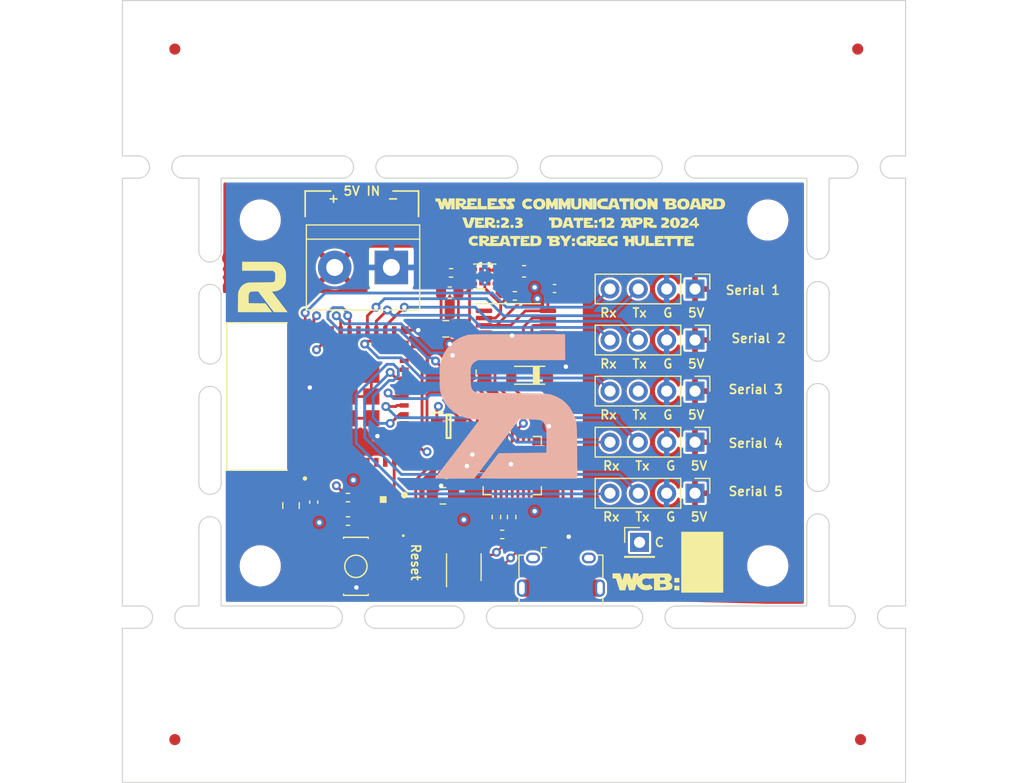
<source format=kicad_pcb>
(kicad_pcb (version 20240108) (generator "pcbnew") (generator_version "8.0")
  (title_block (title "R2 Droid Gateway") (date "2023-07-06") (rev "1.1") (company "Created by: Greg Hulette") (comment 1 "- Creates WiFi Network for Remote Web Access") (comment 2 "- WiFi to LoRa Bridge") (comment 3 "- Buttons for Master Relay"))
  (layers (0 "F.Cu" signal) (1 "In1.Cu" signal) (2 "In2.Cu" signal) (31 "B.Cu" signal) (34 "B.Paste" user) (35 "F.Paste" user) (36 "B.SilkS" user "B.Silkscreen") (37 "F.SilkS" user "F.Silkscreen") (38 "B.Mask" user) (39 "F.Mask" user) (44 "Edge.Cuts" user))
  (net 0 "")
  (net 1 "+3V3")
  (net 2 "GND")
  (net 3 "RESET")
  (net 4 "Net-(C6-Pad2)")
  (net 5 "VBUS")
  (net 6 "+5V")
  (net 7 "Net-(D1-PadA)")
  (net 8 "USB_DP")
  (net 9 "USB_DN")
  (net 11 "unconnected-(J1-Pad6)")
  (net 13 "Net-(L2-Pad3)")
  (net 14 "DTR")
  (net 15 "RTS")
  (net 16 "GPIO0")
  (net 17 "Net-(R2-Pad1)")
  (net 18 "RXD0")
  (net 19 "Net-(R3-Pad1)")
  (net 20 "TXD0")
  (net 21 "Net-(R4-Pad2)")
  (net 22 "Net-(R6-Pad1)")
  (net 23 "Net-(R9-Pad1)")
  (net 25 "STATUS_LED_DATA")
  (net 55 "CHAIN")
  (net 59 "RX4")
  (net 60 "TX4")
  (net 61 "RX5")
  (net 62 "TX5")
  (net 63 "TX3")
  (net 64 "RX3")
  (net 65 "TX2")
  (net 66 "RX2")
  (net 67 "TX1")
  (net 68 "RX1")
  (footprint "Connector_PinHeader_2.54mm:PinHeader_1x01_P2.54mm_Vertical" (layer "F.Cu") (at 143.002 120.396)
    (property "Reference" "J8" (hide yes))
    (property "Value" "Conn_01x01" (hide yes))
  )
  (footprint "Connector_PinHeader_2.54mm:PinHeader_1x04_P2.54mm_Vertical" (layer "F.Cu") (at 147.974 102.259 -90)
    (property "Reference" "J4")
    (property "Value" "Conn_01x04" (hide yes))
  )
  (footprint "Resistor_SMD:R_0402_1005Metric" (layer "F.Cu") (at 130.692 119.684 180)
    (property "Reference" "R4")
    (property "Value" "22.1K" (hide yes))
  )
  (footprint "Custom:SOT65P230X110-6N" (layer "F.Cu") (at 125.883 109.986)
    (property "Reference" "Q2")
    (property "Value" "UMH3N" (hide yes))
  )
  (footprint "Custom:mouse-bite-2mm-slot" (layer "F.Cu") (at 159 96.012 90)
    (property "Reference" "mouse-bite-2mm-slot" (hide yes))
    (property "Value" "VAL**" (hide yes))
    (fp_arc (start -2 -1) (mid -1 0) (end -2 1) (stroke (width 0.1)) (layer "Edge.Cuts"))
    (fp_arc (start 2 1) (mid 1 0) (end 2 -1) (stroke (width 0.1)) (layer "Edge.Cuts"))
  )
  (footprint "Capacitor_SMD:C_0402_1005Metric" (layer "F.Cu") (at 126.634 107.858)
    (property "Reference" "C3")
    (property "Value" ".1uF" (hide yes))
  )
  (footprint "Resistor_SMD:R_0402_1005Metric" (layer "F.Cu") (at 131.538 118.124 -90)
    (property "Reference" "R6")
    (property "Value" "1K" (hide yes))
  )
  (footprint "Package_SO:TSSOP-8_4.4x3mm_P0.65mm" (layer "F.Cu") (at 131.92 100.614)
    (property "Reference" "U4")
    (property "Value" "TPS2115APW" (hide yes))
  )
  (footprint "Custom:mouse-bite-2mm-slot" (layer "F.Cu") (at 100.342 127.1)
    (property "Reference" "mouse-bite-2mm-slot" (hide yes))
    (property "Value" "VAL**" (hide yes))
    (fp_arc (start -2 -1) (mid -1 0) (end -2 1) (stroke (width 0.1)) (layer "Edge.Cuts"))
    (fp_arc (start 2 1) (mid 1 0) (end 2 -1) (stroke (width 0.1)) (layer "Edge.Cuts"))
  )
  (footprint "Capacitor_SMD:C_0805_2012Metric" (layer "F.Cu") (at 125.63 101.252)
    (property "Reference" "C8")
    (property "Value" "10uF" (hide yes))
  )
  (footprint "TerminalBlock:TerminalBlock_bornier-2_P5.08mm" (layer "F.Cu") (at 120.754 95.752 180)
    (property "Reference" "J2")
    (property "Value" "Power In" (hide yes))
  )
  (footprint "MountingHole:MountingHole_3.2mm_M3" (layer "F.Cu") (at 109 91.5)
    (property "Reference" "REF**" (hide yes))
    (property "Value" "MountingHole_3.2mm_M3" (hide yes))
  )
  (footprint "Custom:mouse-bite-2mm-slot" (layer "F.Cu") (at 117.36 127.1)
    (property "Reference" "mouse-bite-2mm-slot" (hide yes))
    (property "Value" "VAL**" (hide yes))
    (fp_arc (start -2 -1) (mid -1 0) (end -2 1) (stroke (width 0.1)) (layer "Edge.Cuts"))
    (fp_arc (start 2 1) (mid 1 0) (end 2 -1) (stroke (width 0.1)) (layer "Edge.Cuts"))
  )
  (footprint "Custom:mouse-bite-2mm-slot" (layer "F.Cu") (at 144.284 127.1)
    (property "Reference" "mouse-bite-2mm-slot" (hide yes))
    (property "Value" "VAL**" (hide yes))
    (fp_arc (start -2 -1) (mid -1 0) (end -2 1) (stroke (width 0.1)) (layer "Edge.Cuts"))
    (fp_arc (start 2 1) (mid 1 0) (end 2 -1) (stroke (width 0.1)) (layer "Edge.Cuts"))
  )
  (footprint "Logos:WCBv2.3Logo" (layer "F.Cu") (at 137.668 91.694)
    (property "Reference" "G***" (hide yes))
    (property "Value" "LOGO" (hide yes))
  )
  (footprint "Fiducial:Fiducial_1mm_Mask2mm" (layer "F.Cu") (at 101.346 138.075)
    (property "Reference" "REF**" (hide yes))
    (property "Value" "Fiducial_1mm_Mask2mm" (hide yes))
  )
  (footprint "Resistor_SMD:R_0402_1005Metric" (layer "F.Cu") (at 130.172 118.124 -90)
    (property "Reference" "R5")
    (property "Value" "47.5K" (hide yes))
  )
  (footprint "Custom:mouse-bite-2mm-slot" (layer "F.Cu") (at 104.5 96.266 90)
    (property "Reference" "mouse-bite-2mm-slot" (hide yes))
    (property "Value" "VAL**" (hide yes))
    (fp_arc (start -2 -1) (mid -1 0) (end -2 1) (stroke (width 0.1)) (layer "Edge.Cuts"))
    (fp_arc (start 2 1) (mid 1 0) (end 2 -1) (stroke (width 0.1)) (layer "Edge.Cuts"))
  )
  (footprint "Capacitor_SMD:C_0805_2012Metric" (layer "F.Cu") (at 125.378 116.22 180)
    (property "Reference" "C4")
    (property "Value" "4.7uF" (hide yes))
  )
  (footprint "Custom:mouse-bite-2mm-slot" (layer "F.Cu") (at 163.576 86.75)
    (property "Reference" "mouse-bite-2mm-slot" (hide yes))
    (property "Value" "VAL**" (hide yes))
    (fp_arc (start -2 -1) (mid -1 0) (end -2 1) (stroke (width 0.1)) (layer "Edge.Cuts"))
    (fp_arc (start 2 1) (mid 1 0) (end 2 -1) (stroke (width 0.1)) (layer "Edge.Cuts"))
  )
  (footprint "Custom:mouse-bite-2mm-slot" (layer "F.Cu") (at 104.5 105.41 -90)
    (property "Reference" "mouse-bite-2mm-slot" (hide yes))
    (property "Value" "VAL**" (hide yes))
    (fp_arc (start 2 1) (mid 1 0) (end 2 -1) (stroke (width 0.1)) (layer "Edge.Cuts"))
    (fp_arc (start -2 -1) (mid -1 0) (end -2 1) (stroke (width 0.1)) (layer "Edge.Cuts"))
  )
  (footprint "Resistor_SMD:R_0402_1005Metric" (layer "F.Cu") (at 126.908 105.116 90)
    (property "Reference" "R2")
    (property "Value" "1K" (hide yes))
  )
  (footprint "Custom:mouse-bite-2mm-slot" (layer "F.Cu") (at 133.096 86.75)
    (property "Reference" "mouse-bite-2mm-slot" (hide yes))
    (property "Value" "VAL**" (hide yes))
    (fp_arc (start -2 -1) (mid -1 0) (end -2 1) (stroke (width 0.1)) (layer "Edge.Cuts"))
    (fp_arc (start 2 1) (mid 1 0) (end 2 -1) (stroke (width 0.1)) (layer "Edge.Cuts"))
  )
  (footprint "Resistor_SMD:R_0402_1005Metric" (layer "F.Cu") (at 116.86 116.382 180)
    (property "Reference" "R16")
    (property "Value" "470" (hide yes))
  )
  (footprint "MountingHole:MountingHole_3.2mm_M3" (layer "F.Cu") (at 154.5 122.5)
    (property "Reference" "REF**" (hide yes))
    (property "Value" "MountingHole_3.2mm_M3" (hide yes))
  )
  (footprint "Fiducial:Fiducial_1mm_Mask2mm" (layer "F.Cu") (at 101.346 76.175)
    (property "Reference" "REF**" (hide yes))
    (property "Value" "Fiducial_1mm_Mask2mm" (hide yes))
  )
  (footprint "Custom:mouse-bite-2mm-slot" (layer "F.Cu") (at 146.05 86.75)
    (property "Reference" "mouse-bite-2mm-slot" (hide yes))
    (property "Value" "VAL**" (hide yes))
    (fp_arc (start -2 -1) (mid -1 0) (end -2 1) (stroke (width 0.1)) (layer "Edge.Cuts"))
    (fp_arc (start 2 1) (mid 1 0) (end 2 -1) (stroke (width 0.1)) (layer "Edge.Cuts"))
  )
  (footprint "Custom:MODULE_ESP32-PICO-MINI-02" (layer "F.Cu") (at 117.007 107.32 90)
    (property "Reference" "U1")
    (property "Value" "ESP32-PICO-MINI-02" (hide yes))
  )
  (footprint "Custom:mouse-bite-2mm-slot" (layer "F.Cu") (at 159 105.156 -90)
    (property "Reference" "mouse-bite-2mm-slot" (hide yes))
    (property "Value" "VAL**" (hide yes))
    (fp_arc (start 2 1) (mid 1 0) (end 2 -1) (stroke (width 0.1)) (layer "Edge.Cuts"))
    (fp_arc (start -2 -1) (mid -1 0) (end -2 1) (stroke (width 0.1)) (layer "Edge.Cuts"))
  )
  (footprint "Connector_PinHeader_2.54mm:PinHeader_1x04_P2.54mm_Vertical" (layer "F.Cu") (at 147.974 106.836 -90)
    (property "Reference" "J5")
    (property "Value" "Conn_01x04" (hide yes))
  )
  (footprint "Capacitor_SMD:C_0402_1005Metric" (layer "F.Cu") (at 135.444 103.216)
    (property "Reference" "C12")
    (property "Value" ".1uF" (hide yes))
  )
  (footprint "Custom:mouse-bite-2mm-slot" (layer "F.Cu") (at 100.076 86.75)
    (property "Reference" "mouse-bite-2mm-slot" (hide yes))
    (property "Value" "VAL**" (hide yes))
    (fp_arc (start -2 -1) (mid -1 0) (end -2 1) (stroke (width 0.1)) (layer "Edge.Cuts"))
    (fp_arc (start 2 1) (mid 1 0) (end 2 -1) (stroke (width 0.1)) (layer "Edge.Cuts"))
  )
  (footprint "Connector_PinHeader_2.54mm:PinHeader_1x04_P2.54mm_Vertical" (layer "F.Cu") (at 147.974 115.99 -90)
    (property "Reference" "J7")
    (property "Value" "Conn_01x04" (hide yes))
  )
  (footprint "MountingHole:MountingHole_3.2mm_M3" (layer "F.Cu") (at 109 122.5)
    (property "Reference" "REF**" (hide yes))
    (property "Value" "MountingHole_3.2mm_M3" (hide yes))
  )
  (footprint "Capacitor_SMD:C_0603_1608Metric" (layer "F.Cu") (at 125.988 98.012)
    (property "Reference" "C6")
    (property "Value" "1uF" (hide yes))
  )
  (footprint "Fiducial:Fiducial_1mm_Mask2mm" (layer "F.Cu") (at 162.56 76.175)
    (property "Reference" "REF**" (hide yes))
    (property "Value" "Fiducial_1mm_Mask2mm" (hide yes))
  )
  (footprint "Custom:mouse-bite-2mm-slot" (layer "F.Cu") (at 163.334 127.1)
    (property "Reference" "mouse-bite-2mm-slot" (hide yes))
    (property "Value" "VAL**" (hide yes))
    (fp_arc (start -2 -1) (mid -1 0) (end -2 1) (stroke (width 0.1)) (layer "Edge.Cuts"))
    (fp_arc (start 2 1) (mid 1 0) (end 2 -1) (stroke (width 0.1)) (layer "Edge.Cuts"))
  )
  (footprint "Resistor_SMD:R_0402_1005Metric" (layer "F.Cu") (at 131.85 103.028)
    (property "Reference" "R9")
    (property "Value" "402" (hide yes))
  )
  (footprint "Connector_PinHeader_2.54mm:PinHeader_1x04_P2.54mm_Vertical" (layer "F.Cu") (at 147.974 111.413 -90)
    (property "Reference" "J6")
    (property "Value" "Conn_01x04" (hide yes))
  )
  (footprint "Custom:mouse-bite-2mm-slot" (layer "F.Cu") (at 159 116.84 90)
    (property "Reference" "mouse-bite-2mm-slot" (hide yes))
    (property "Value" "VAL**" (hide yes))
    (fp_arc (start -2 -1) (mid -1 0) (end -2 1) (stroke (width 0.1)) (layer "Edge.Cuts"))
    (fp_arc (start 2 1) (mid 1 0) (end 2 -1) (stroke (width 0.1)) (layer "Edge.Cuts"))
  )
  (footprint "Capacitor_SMD:C_0402_1005Metric" (layer "F.Cu") (at 113.796 116.79 -90)
    (property "Reference" "C2")
    (property "Value" ".1uF" (hide yes))
  )
  (footprint "Resistor_SMD:R_0402_1005Metric" (layer "F.Cu") (at 127.978 105.088 90)
    (property "Reference" "R3")
    (property "Value" "1K" (hide yes))
  )
  (footprint "Fiducial:Fiducial_1mm_Mask2mm" (layer "F.Cu") (at 162.814 138.075)
    (property "Reference" "REF**" (hide yes))
    (property "Value" "Fiducial_1mm_Mask2mm" (hide yes))
  )
  (footprint "Capacitor_SMD:C_0805_2012Metric" (layer "F.Cu") (at 111.76 117.094 -90)
    (property "Reference" "C1")
    (property "Value" "10uF" (hide yes))
  )
  (footprint "Connector_USB:USB_Micro-B_Amphenol_10118194_Horizontal" (layer "F.Cu") (at 135.956 123.194)
    (property "Reference" "J1")
    (property "Value" "USB_B_Micro" (hide yes))
  )
  (footprint "Custom:WS2812B-2020" (layer "F.Cu") (at 120.022 117.157)
    (property "Reference" "L2")
    (property "Value" "WS2812B-2020" (hide yes))
  )
  (footprint "MountingHole:MountingHole_3.2mm_M3" (layer "F.Cu") (at 154.5 91.5)
    (property "Reference" "REF**" (hide yes))
    (property "Value" "MountingHole_3.2mm_M3" (hide yes))
  )
  (footprint "Capacitor_SMD:C_0402_1005Metric" (layer "F.Cu") (at 135.386 97.642)
    (property "Reference" "C9")
    (property "Value" ".1uF" (hide yes))
  )
  (footprint "Custom:mouse-bite-2mm-slot" (layer "F.Cu") (at 118.364 86.75)
    (property "Reference" "mouse-bite-2mm-slot" (hide yes))
    (property "Value" "VAL**" (hide yes))
    (fp_arc (start -2 -1) (mid -1 0) (end -2 1) (stroke (width 0.1)) (layer "Edge.Cuts"))
    (fp_arc (start 2 1) (mid 1 0) (end 2 -1) (stroke (width 0.1)) (layer "Edge.Cuts"))
  )
  (footprint "Capacitor_SMD:C_0402_1005Metric" (layer "F.Cu") (at 125.696 114.304 180)
    (property "Reference" "C5")
    (property "Value" ".1uF" (hide yes))
  )
  (footprint "Package_DFN_QFN:QFN-28-1EP_5x5mm_P0.5mm_EP3.35x3.35mm" (layer "F.Cu") (at 131.592 113.51)
    (property "Reference" "U2")
    (property "Value" "CP2102N-A02-GQFN28" (hide yes))
  )
  (footprint "Connector_PinHeader_2.54mm:PinHeader_1x04_P2.54mm_Vertical" (layer "F.Cu") (at 147.974 97.682 -90)
    (property "Reference" "J3")
    (property "Value" "Conn_01x04" (hide yes))
  )
  (footprint "Package_TO_SOT_SMD:SOT-143" (layer "F.Cu") (at 127.25 122.618 90)
    (property "Reference" "D2")
    (property "Value" "SP0503BAHTG" (hide yes))
  )
  (footprint "Capacitor_SMD:C_0603_1608Metric" (layer "F.Cu") (at 132.654 96.098 180)
    (property "Reference" "C7")
    (property "Value" "1uF" (hide yes))
  )
  (footprint "Custom:SOD3716X135N" (layer "F.Cu") (at 133.1485 105.4145 180)
    (property "Reference" "D1")
    (property "Value" "B5819W-TP" (hide yes))
  )
  (footprint "Logos:WCBNumberv2" (layer "F.Cu") (at 145.542 122.174)
    (property "Reference" "G***" (hide yes))
    (property "Value" "LOGO" (hide yes))
  )
  (footprint "Resistor_SMD:R_0402_1005Metric" (layer "F.Cu") (at 131.826 98.298)
    (property "Reference" "R7")
    (property "Value" "10K" (hide yes))
  )
  (footprint "Custom:mouse-bite-2mm-slot" (layer "F.Cu") (at 128.282 127.1)
    (property "Reference" "mouse-bite-2mm-slot" (hide yes))
    (property "Value" "VAL**" (hide yes))
    (fp_arc (start -2 -1) (mid -1 0) (end -2 1) (stroke (width 0.1)) (layer "Edge.Cuts"))
    (fp_arc (start 2 1) (mid 1 0) (end 2 -1) (stroke (width 0.1)) (layer "Edge.Cuts"))
  )
  (footprint "Package_SON:WSON-6-1EP_2x2mm_P0.65mm_EP1x1.6mm_ThermalVias" (layer "F.Cu") (at 129.134 96.558 180)
    (property "Reference" "U3")
    (property "Value" "LP5912-3.3DRV" (hide yes))
  )
  (footprint "Resistor_SMD:R_0402_1005Metric" (layer "F.Cu") (at 126.108 96.238 180)
    (property "Reference" "R10")
    (property "Value" "402" (hide yes))
  )
  (footprint "Resistor_SMD:R_0402_1005Metric" (layer "F.Cu") (at 116.866 118.484)
    (property "Reference" "R1")
    (property "Value" "10K" (hide yes))
  )
  (footprint "Custom:mouse-bite-2mm-slot" (layer "F.Cu") (at 104.5 117.094 90)
    (property "Reference" "mouse-bite-2mm-slot" (hide yes))
    (property "Value" "VAL**" (hide yes))
    (fp_arc (start -2 -1) (mid -1 0) (end -2 1) (stroke (width 0.1)) (layer "Edge.Cuts"))
    (fp_arc (start 2 1) (mid 1 0) (end 2 -1) (stroke (width 0.1)) (layer "Edge.Cuts"))
  )
  (footprint "Logos:R2_Logo_V2" (layer "F.Cu") (at 109.22 97.854871)
    (property "Reference" "G***" (hide yes))
    (property "Value" "LOGO" (hide yes))
  )
  (footprint "Custom:SW_TL3342F160QG" (layer "F.Cu") (at 117.5765 122.5425 180)
    (property "Reference" "S1")
    (property "Value" "TL3342F160QG" (hide yes))
  )
  (footprint "Logos:r2logoLarge" (layer "B.Cu") (at 131.064 109.22 180)
    (property "Reference" "G***" (hide yes))
    (property "Value" "LOGO" (hide yes))
  )
  (gr_line (start 113.03 88.9) (end 115.316 88.9) (stroke (width 0.15)) (layer "F.SilkS"))
  (gr_line (start 113.03 91.186) (end 113.03 88.9) (stroke (width 0.15)) (layer "F.SilkS"))
  (gr_line (start 123.19 88.9) (end 123.19 91.186) (stroke (width 0.15)) (layer "F.SilkS"))
  (gr_line (start 120.904 88.9) (end 123.19 88.9) (stroke (width 0.15)) (layer "F.SilkS"))
  (gr_line (start 166.85 126.1) (end 165.334 126.1) (stroke (width 0.1)) (layer "Edge.Cuts"))
  (gr_line (start 160 94.012) (end 160 87.75) (stroke (width 0.1)) (layer "Edge.Cuts"))
  (gr_line (start 115.36 128.1) (end 102.342 128.1) (stroke (width 0.1)) (layer "Edge.Cuts"))
  (gr_line (start 148.05 85.75) (end 161.576 85.75) (stroke (width 0.1)) (layer "Edge.Cuts"))
  (gr_line (start 158 103.156) (end 158 98.012) (stroke (width 0.1)) (layer "Edge.Cuts"))
  (gr_line (start 160 103.156) (end 160 98.012) (stroke (width 0.1)) (layer "Edge.Cuts"))
  (gr_line (start 158 94.012) (end 158 87.75) (stroke (width 0.1)) (layer "Edge.Cuts"))
  (gr_line (start 160 126.1) (end 161.334 126.1) (stroke (width 0.1)) (layer "Edge.Cuts"))
  (gr_line (start 146.284 126.1) (end 158 126.1) (stroke (width 0.1)) (layer "Edge.Cuts"))
  (gr_line (start 126.282 128.1) (end 119.36 128.1) (stroke (width 0.1)) (layer "Edge.Cuts"))
  (gr_line (start 105.5 98.266) (end 105.5 103.41) (stroke (width 0.1)) (layer "Edge.Cuts"))
  (gr_line (start 103.5 119.094) (end 103.5 126.1) (stroke (width 0.1)) (layer "Edge.Cuts"))
  (gr_line (start 105.5 126.1) (end 115.36 126.1) (stroke (width 0.1)) (layer "Edge.Cuts"))
  (gr_line (start 144.05 87.75) (end 135.096 87.75) (stroke (width 0.1)) (layer "Edge.Cuts"))
  (gr_line (start 166.85 85.75) (end 165.576 85.75) (stroke (width 0.1)) (layer "Edge.Cuts"))
  (gr_line (start 120.364 85.75) (end 131.096 85.75) (stroke (width 0.1)) (layer "Edge.Cuts"))
  (gr_line (start 131.096 87.75) (end 120.364 87.75) (stroke (width 0.1)) (layer "Edge.Cuts"))
  (gr_line (start 98.076 87.75) (end 96.65 87.75) (stroke (width 0.1)) (layer "Edge.Cuts"))
  (gr_line (start 103.5 115.094) (end 103.5 107.41) (stroke (width 0.1)) (layer "Edge.Cuts"))
  (gr_line (start 161.334 128.1) (end 146.284 128.1) (stroke (width 0.1)) (layer "Edge.Cuts"))
  (gr_line (start 103.5 103.41) (end 103.5 98.266) (stroke (width 0.1)) (layer "Edge.Cuts"))
  (gr_line (start 105.5 119.094) (end 105.5 126.1) (stroke (width 0.1)) (layer "Edge.Cuts"))
  (gr_line (start 158 114.84) (end 158 107.156) (stroke (width 0.1)) (layer "Edge.Cuts"))
  (gr_line (start 166.85 141.925) (end 166.85 128.1) (stroke (width 0.1)) (layer "Edge.Cuts"))
  (gr_line (start 119.36 126.1) (end 126.282 126.1) (stroke (width 0.1)) (layer "Edge.Cuts"))
  (gr_line (start 142.284 128.1) (end 130.282 128.1) (stroke (width 0.1)) (layer "Edge.Cuts"))
  (gr_line (start 160 114.84) (end 160 107.156) (stroke (width 0.1)) (layer "Edge.Cuts"))
  (gr_line (start 96.65 141.925) (end 166.85 141.925) (stroke (width 0.1)) (layer "Edge.Cuts"))
  (gr_line (start 166.85 71.825) (end 166.85 85.75) (stroke (width 0.1)) (layer "Edge.Cuts"))
  (gr_line (start 102.342 126.1) (end 103.5 126.1) (stroke (width 0.1)) (layer "Edge.Cuts"))
  (gr_line (start 165.576 87.75) (end 166.85 87.75) (stroke (width 0.1)) (layer "Edge.Cuts"))
  (gr_line (start 96.65 85.75) (end 98.076 85.75) (stroke (width 0.1)) (layer "Edge.Cuts"))
  (gr_line (start 135.096 85.75) (end 144.05 85.75) (stroke (width 0.1)) (layer "Edge.Cuts"))
  (gr_line (start 102.076 87.75) (end 103.5 87.75) (stroke (width 0.1)) (layer "Edge.Cuts"))
  (gr_line (start 105.5 87.75) (end 105.5 94.266) (stroke (width 0.1)) (layer "Edge.Cuts"))
  (gr_line (start 96.65 128.1) (end 96.65 141.925) (stroke (width 0.1)) (layer "Edge.Cuts"))
  (gr_line (start 130.282 126.1) (end 142.284 126.1) (stroke (width 0.1)) (layer "Edge.Cuts"))
  (gr_line (start 166.85 128.1) (end 165.334 128.1) (stroke (width 0.1)) (layer "Edge.Cuts"))
  (gr_line (start 96.65 71.825) (end 166.85 71.825) (stroke (width 0.1)) (layer "Edge.Cuts"))
  (gr_line (start 98.342 128.1) (end 96.65 128.1) (stroke (width 0.1)) (layer "Edge.Cuts"))
  (gr_line (start 105.5 107.41) (end 105.5 115.094) (stroke (width 0.1)) (layer "Edge.Cuts"))
  (gr_line (start 166.85 87.75) (end 166.85 126.1) (stroke (width 0.1)) (layer "Edge.Cuts"))
  (gr_line (start 161.576 87.75) (end 160 87.75) (stroke (width 0.1)) (layer "Edge.Cuts"))
  (gr_line (start 116.364 85.75) (end 102.076 85.75) (stroke (width 0.1)) (layer "Edge.Cuts"))
  (gr_line (start 98.342 126.1) (end 96.65 126.1) (stroke (width 0.1)) (layer "Edge.Cuts"))
  (gr_line (start 160 118.84) (end 160 126.1) (stroke (width 0.1)) (layer "Edge.Cuts"))
  (gr_line (start 158 87.75) (end 148.05 87.75) (stroke (width 0.1)) (layer "Edge.Cuts"))
  (gr_line (start 96.65 71.825) (end 96.65 85.75) (stroke (width 0.1)) (layer "Edge.Cuts"))
  (gr_line (start 103.5 94.266) (end 103.5 87.75) (stroke (width 0.1)) (layer "Edge.Cuts"))
  (gr_line (start 158 126.1) (end 158 118.84) (stroke (width 0.1)) (layer "Edge.Cuts"))
  (gr_line (start 96.65 87.75) (end 96.65 126.1) (stroke (width 0.1)) (layer "Edge.Cuts"))
  (gr_line (start 116.364 87.75) (end 105.5 87.75) (stroke (width 0.1)) (layer "Edge.Cuts"))
  (gr_text "5V" (at 148.082 108.966 0) (layer "F.SilkS") (effects (font (size 0.8 0.8))))
  (gr_text "5V" (at 148.082 104.394 0) (layer "F.SilkS") (effects (font (size 0.8 0.8))))
  (gr_text "Rx" (at 140.208 108.966 0) (layer "F.SilkS") (effects (font (size 0.8 0.8))))
  (gr_text "5V IN" (at 118.11 88.9 0) (layer "F.SilkS") (effects (font (size 0.8 0.8))))
  (gr_text "Serial 4" (at 153.416 111.506 0) (layer "F.SilkS") (effects (font (size 0.8 0.8))))
  (gr_text "Tx" (at 143.256 113.538 0) (layer "F.SilkS") (effects (font (size 0.8 0.8))))
  (gr_text "C" (at 144.78 120.396 0) (layer "F.SilkS") (effects (font (size 0.8 0.8))))
  (gr_text "Tx" (at 143.002 108.966 0) (layer "F.SilkS") (effects (font (size 0.8 0.8))))
  (gr_text "Tx" (at 143.002 104.394 0) (layer "F.SilkS") (effects (font (size 0.8 0.8))))
  (gr_text "5V" (at 148.082 99.822 0) (layer "F.SilkS") (effects (font (size 0.8 0.8))))
  (gr_text "G" (at 145.542 104.394 0) (layer "F.SilkS") (effects (font (size 0.8 0.8))))
  (gr_text "+" (at 115.57 89.662 180) (layer "F.SilkS") (effects (font (size 0.8 0.8))))
  (gr_text "Serial 5" (at 153.416 115.824 0) (layer "F.SilkS") (effects (font (size 0.8 0.8))))
  (gr_text "Rx" (at 140.462 113.538 0) (layer "F.SilkS") (effects (font (size 0.8 0.8))))
  (gr_text "5V" (at 148.336 113.538 0) (layer "F.SilkS") (effects (font (size 0.8 0.8))))
  (gr_text "Serial 3" (at 153.416 106.68 0) (layer "F.SilkS") (effects (font (size 0.8 0.8))))
  (gr_text "5V" (at 148.336 118.11 0) (layer "F.SilkS") (effects (font (size 0.8 0.8))))
  (gr_text "Tx" (at 143.002 99.822 0) (layer "F.SilkS") (effects (font (size 0.8 0.8))))
  (gr_text "-" (at 120.904 89.662 180) (layer "F.SilkS") (effects (font (size 0.8 0.8))))
  (gr_text "Rx" (at 140.208 104.394 0) (layer "F.SilkS") (effects (font (size 0.8 0.8))))
  (gr_text "G" (at 145.542 108.966 0) (layer "F.SilkS") (effects (font (size 0.8 0.8))))
  (gr_text "Serial 2" (at 153.67 102.108 0) (layer "F.SilkS") (effects (font (size 0.8 0.8))))
  (gr_text "Tx" (at 143.256 118.11 0) (layer "F.SilkS") (effects (font (size 0.8 0.8))))
  (gr_text "G" (at 145.542 99.822 0) (layer "F.SilkS") (effects (font (size 0.8 0.8))))
  (gr_text "Rx" (at 140.462 118.11 0) (layer "F.SilkS") (effects (font (size 0.8 0.8))))
  (gr_text "G" (at 145.796 113.538 0) (layer "F.SilkS") (effects (font (size 0.8 0.8))))
  (gr_text "G" (at 145.796 118.11 0) (layer "F.SilkS") (effects (font (size 0.8 0.8))))
  (gr_text "Reset" (at 122.936 122.174 270) (layer "F.SilkS") (effects (font (size 0.8 0.8))))
  (gr_text "Rx" (at 140.208 99.822 0) (layer "F.SilkS") (effects (font (size 0.8 0.8))))
  (gr_text "Serial 1" (at 153.162 97.79 0) (layer "F.SilkS") (effects (font (size 0.8 0.8))))
  (segment (start 128.218 115.01) (end 127.718 114.51) (width 0.25) (layer "F.Cu") (net 1))
  (segment (start 129.142 114.51) (end 127.552 114.51) (width 0.25) (layer "F.Cu") (net 1))
  (segment (start 126.382 114.51) (end 126.176 114.304) (width 0.25) (layer "F.Cu") (net 1))
  (segment (start 127.552 114.51) (end 126.382 114.51) (width 0.25) (layer "F.Cu") (net 1))
  (segment (start 129.142 115.01) (end 128.218 115.01) (width 0.25) (layer "F.Cu") (net 1))
  (segment (start 127.718 114.51) (end 127.552 114.51) (width 0.25) (layer "F.Cu") (net 1))
  (via (at 117.348 114.808) (size 0.8) (drill 0.4) (layers "F.Cu" "B.Cu") (net 1))
  (via (at 134.874 109.982) (size 0.8) (drill 0.4) (layers "F.Cu" "B.Cu") (net 1))
  (via (at 133.604 117.602) (size 0.8) (drill 0.4) (layers "F.Cu" "B.Cu") (net 1))
  (via (at 127.254 118.364) (size 0.8) (drill 0.4) (layers "F.Cu" "B.Cu") (net 1))
  (via (at 133.604 97.536) (size 0.8) (drill 0.4) (layers "F.Cu" "B.Cu") (net 1))
  (via (at 125.984 102.616) (size 0.8) (drill 0.4) (layers "F.Cu" "B.Cu") (net 1))
  (via (at 114.3 118.618) (size 0.8) (drill 0.4) (layers "F.Cu" "B.Cu") (net 1))
  (via (at 133.858 98.552) (size 0.8) (drill 0.4) (layers "F.Cu" "B.Cu") (net 1))
  (segment (start 117.007 109.27) (end 115.057 109.27) (width 0.25) (layer "F.Cu") (net 2))
  (segment (start 129.9215 96.008) (end 130.0215 95.908) (width 0.25) (layer "F.Cu") (net 2))
  (segment (start 113.444 106.52) (end 114.257 106.52) (width 0.25) (layer "F.Cu") (net 2))
  (segment (start 128.46552 110.386192) (end 128.46552 109.20952) (width 0.25) (layer "F.Cu") (net 2))
  (segment (start 112.776 124.206) (end 113.0125 124.4425) (width 0.25) (layer "F.Cu") (net 2))
  (segment (start 131.4415 94.488) (end 130.0215 95.908) (width 0.25) (layer "F.Cu") (net 2))
  (segment (start 131.589328 113.51) (end 128.46552 110.386192) (width 0.25) (layer "F.Cu") (net 2))
  (segment (start 121.007 110.865) (end 121.007 112.673) (width 0.25) (layer "F.Cu") (net 2))
  (segment (start 129.0575 100.289) (end 130.089 100.289) (width 0.25) (layer "F.Cu") (net 2))
  (segment (start 118.957 107.32) (end 117.007 107.32) (width 0.25) (layer "F.Cu") (net 2))
  (segment (start 121.007 113.22) (end 121.007 116.477) (width 0.25) (layer "F.Cu") (net 2))
  (segment (start 115.057 107.32) (end 115.057 105.37) (width 0.25) (layer "F.Cu") (net 2))
  (segment (start 136.398 104.648) (end 135.924 104.174) (width 0.25) (layer "F.Cu") (net 2))
  (segment (start 125.213 100.719) (end 124.68 101.252) (width 0.25) (layer "F.Cu") (net 2))
  (segment (start 135.866 97.63507) (end 135.866 97.642) (width 0.25) (layer "F.Cu") (net 2))
  (segment (start 125.222 98.003) (end 125.222 96.614) (width 0.25) (layer "F.Cu") (net 2))
  (segment (start 130.556 99.822) (end 130.556 99.03) (width 0.25) (layer "F.Cu") (net 2))
  (segment (start 112.776 120.904) (end 112.776 124.206) (width 0.25) (layer "F.Cu") (net 2))
  (segment (start 129.134 96.008) (end 129.9215 96.008) (width 0.25) (layer "F.Cu") (net 2))
  (segment (start 132.36 103.028) (end 132.36 102.642) (width 0.25) (layer "F.Cu") (net 2))
  (segment (start 130.556 99.03) (end 129.134 97.608) (width 0.25) (layer "F.Cu") (net 2))
  (segment (start 112.057 113.27) (end 113.757 113.27) (width 0.25) (layer "F.Cu") (net 2))
  (segment (start 135.924 104.174) (end 135.924 103.216) (width 0.25) (layer "F.Cu") (net 2))
  (segment (start 113.0125 124.4425) (end 114.4265 124.4425) (width 0.25) (layer "F.Cu") (net 2))
  (segment (start 119.507 110.871) (end 121.007 112.371) (width 0.25) (layer "F.Cu") (net 2))
  (segment (start 130.089 100.289) (end 130.556 99.822) (width 0.25) (layer "F.Cu") (net 2))
  (segment (start 121.957 113.27) (end 121.057 113.27) (width 0.25) (layer "F.Cu") (net 2))
  (segment (start 118.957 109.27) (end 118.957 110.321) (width 0.25) (layer "F.Cu") (net 2))
  (segment (start 128.584 96.558) (end 129.134 97.108) (width 0.25) (layer "F.Cu") (net 2))
  (segment (start 125.476 120.142) (end 124.968 120.65) (width 0.25) (layer "F.Cu") (net 2))
  (segment (start 121.057 113.27) (end 121.007 113.22) (width 0.25) (layer "F.Cu") (net 2))
  (segment (start 125.222 96.614) (end 125.598 96.238) (width 0.25) (layer "F.Cu") (net 2))
  (segment (start 125.216 114.304) (end 125.216 115.322) (width 0.25) (layer "F.Cu") (net 2))
  (segment (start 125.213 98.012) (end 125.222 98.003) (width 0.25) (layer "F.Cu") (net 2))
  (segment (start 131.288 98.298) (end 130.556 99.03) (width 0.25) (layer "F.Cu") (net 2))
  (segment (start 121.007 112.371) (end 121.007 112.673) (width 0.25) (layer "F.Cu") (net 2))
  (segment (start 134.32893 96.098) (end 135.866 97.63507) (width 0.25) (layer "F.Cu") (net 2))
  (segment (start 121.007 112.673) (end 121.007 113.22) (width 0.25) (layer "F.Cu") (net 2))
  (segment (start 133.429 96.098) (end 134.32893 96.098) (width 0.25) (layer "F.Cu") (net 2))
  (segment (start 131.092 113.01) (end 131.469 113.387) (width 0.25) (layer "F.Cu") (net 2))
  (segment (start 124.968 120.65) (end 124.968 122.682) (width 0.25) (layer "F.Cu") (net 2))
  (segment (start 115.057 105.37) (end 118.957 105.37) (width 0.25) (layer "F.Cu") (net 2))
  (segment (start 123.166 101.37) (end 121.957 101.37) (width 0.25) (layer "F.Cu") (net 2))
  (segment (start 128.46552 109.20952) (end 127.114 107.858) (width 0.25) (layer "F.Cu") (net 2))
  (segment (start 114.257 106.52) (end 115.057 107.32) (width 0.25) (layer "F.Cu") (net 2))
  (segment (start 112.107 106.52) (end 113.444 106.52) (width 0.25) (layer "F.Cu") (net 2))
  (segment (start 133.429 95.075) (end 132.842 94.488) (width 0.25) (layer "F.Cu") (net 2))
  (segment (start 125.216 115.322) (end 125.216 115.432) (width 0.25) (layer "F.Cu") (net 2))
  (segment (start 125.216 115.432) (end 124.428 116.22) (width 0.25) (layer "F.Cu") (net 2))
  (segment (start 120.7265 124.4425) (end 125.7555 124.4425) (width 0.25) (layer "F.Cu") (net 2))
  (segment (start 112.057 101.37) (end 112.057 113.27) (width 0.25) (layer "F.Cu") (net 2))
  (segment (start 128.524 120.142) (end 125.476 120.142) (width 0.25) (layer "F.Cu") (net 2))
  (segment (start 124.562 101.37) (end 123.166 101.37) (width 0.25) (layer "F.Cu") (net 2))
  (segment (start 113.757 113.27) (end 113.807 113.22) (width 0.25) (layer "F.Cu") (net 2))
  (segment (start 128.2465 96.558) (end 128.584 96.558) (width 0.25) (layer "F.Cu") (net 2))
  (segment (start 131.316 98.298) (end 131.288 98.298) (width 0.25) (layer "F.Cu") (net 2))
  (segment (start 118.957 110.321) (end 119.507 110.871) (width 0.25) (layer "F.Cu") (net 2))
  (segment (start 111.76 118.044) (end 111.76 119.888) (width 0.25) (layer "F.Cu") (net 2))
  (segment (start 129.134 97.608) (end 129.134 97.108) (width 0.25) (layer "F.Cu") (net 2))
  (segment (start 118.957 109.27) (end 117.007 109.27) (width 0.25) (layer "F.Cu") (net 2))
  (segment (start 125.7555 124.4425) (end 126.48 123.718) (width 0.25) (layer "F.Cu") (net 2))
  (segment (start 132.842 94.488) (end 131.4415 94.488) (width 0.25) (layer "F.Cu") (net 2))
  (segment (start 115.057 109.27) (end 115.057 107.32) (width 0.25) (layer "F.Cu") (net 2))
  (segment (start 135.924 102.7305) (end 135.924 103.216) (width 0.25) (layer "F.Cu") (net 2))
  (segment (start 121.907 110.52) (end 121.352 110.52) (width 0.25) (layer "F.Cu") (net 2))
  (segment (start 121.007 116.477) (end 121.037 116.507) (width 0.25) (layer "F.Cu") (net 2))
  (segment (start 124.68 101.252) (end 124.562 101.37) (width 0.25) (layer "F.Cu") (net 2))
  (segment (start 121.352 110.52) (end 121.007 110.865) (width 0.25) (layer "F.Cu") (net 2))
  (segment (start 125.213 98.012) (end 125.213 100.719) (width 0.25) (layer "F.Cu") (net 2))
  (segment (start 112.534 117.27) (end 111.76 118.044) (width 0.25) (layer "F.Cu") (net 2))
  (segment (start 111.76 119.888) (end 112.776 120.904) (width 0.25) (layer "F.Cu") (net 2))
  (segment (start 126.004 123.718) (end 126.48 123.718) (width 0.25) (layer "F.Cu") (net 2))
  (segment (start 114.4265 124.4425) (end 117.6195 124.4425) (width 0.25) (layer "F.Cu") (net 2))
  (segment (start 118.957 105.37) (end 118.957 107.32) (width 0.25) (layer "F.Cu") (net 2))
  (segment (start 132.36 102.642) (end 131.572 101.854) (width 0.25) (layer "F.Cu") (net 2))
  (segment (start 113.796 117.27) (end 112.534 117.27) (width 0.25) (layer "F.Cu") (net 2))
  (segment (start 131.592 113.51) (end 131.589328 113.51) (width 0.25) (layer "F.Cu") (net 2))
  (segment (start 117.6195 124.4425) (end 120.7265 124.4425) (width 0.25) (layer "F.Cu") (net 2))
  (segment (start 137.256 120.492) (end 136.652 119.888) (width 0.25) (layer "F.Cu") (net 2))
  (segment (start 133.429 96.098) (end 133.429 95.075) (width 0.25) (layer "F.Cu") (net 2))
  (segment (start 130.172 118.634) (end 130.032 118.634) (width 0.25) (layer "F.Cu") (net 2))
  (segment (start 130.032 118.634) (end 128.524 120.142) (width 0.25) (layer "F.Cu") (net 2))
  (segment (start 124.968 122.682) (end 126.004 123.718) (width 0.25) (layer "F.Cu") (net 2))
  (segment (start 137.256 121.794) (end 137.256 120.492) (width 0.25) (layer "F.Cu") (net 2))
  (segment (start 131.469 113.387) (end 131.592 113.51) (width 0.25) (layer "F.Cu") (net 2))
  (segment (start 129.142 113.01) (end 131.092 113.01) (width 0.25) (layer "F.Cu") (net 2))
  (segment (start 134.7825 101.589) (end 135.924 102.7305) (width 0.25) (layer "F.Cu") (net 2))
  (via (at 136.398 104.648) (size 0.8) (drill 0.4) (layers "F.Cu" "B.Cu") (net 2))
  (via (at 113.444 106.52) (size 0.8) (drill 0.4) (layers "F.Cu" "B.Cu") (net 2))
  (via (at 119.507 110.871) (size 0.8) (drill 0.4) (layers "F.Cu" "B.Cu") (net 2))
  (via (at 131.469 113.387) (size 0.8) (drill 0.4) (layers "F.Cu" "B.Cu") (net 2))
  (via (at 123.166 101.37) (size 0.8) (drill 0.4) (layers "F.Cu" "B.Cu") (net 2))
  (via (at 125.216 115.322) (size 0.8) (drill 0.4) (layers "F.Cu" "B.Cu") (net 2))
  (via (at 117.6195 124.4425) (size 0.8) (drill 0.4) (layers "F.Cu" "B.Cu") (net 2))
  (via (at 131.572 101.854) (size 0.8) (drill 0.4) (layers "F.Cu" "B.Cu") (net 2))
  (via (at 136.652 119.888) (size 0.8) (drill 0.4) (layers "F.Cu" "B.Cu") (net 2))
  (segment (start 117.376 118.484) (end 117.764 118.872) (width 0.25) (layer "F.Cu") (net 3))
  (segment (start 120.7265 120.6425) (end 119.5345 120.6425) (width 0.25) (layer "F.Cu") (net 3))
  (segment (start 114.4265 120.6425) (end 115.2175 120.6425) (width 0.25) (layer "F.Cu") (net 3))
  (segment (start 119.831511 118.674489) (end 119.831511 115.259511) (width 0.25) (layer "F.Cu") (net 3))
  (segment (start 126.954022 113.03) (end 127.291489 112.692533) (width 0.25) (layer "F.Cu") (net 3))
  (segment (start 127.291489 112.692533) (end 127.291489 111.976511) (width 0.25) (layer "F.Cu") (net 3))
  (segment (start 121.863511 118.674489) (end 122.936 117.602) (width 0.25) (layer "F.Cu") (net 3))
  (segment (start 117.764 118.872) (end 119.634 118.872) (width 0.25) (layer "F.Cu") (net 3))
  (segment (start 127.291489 111.976511) (end 128.016 111.252) (width 0.25) (layer "F.Cu") (net 3))
  (segment (start 128.016 109.669978) (end 127.682022 109.336) (width 0.25) (layer "F.Cu") (net 3))
  (segment (start 118.607 114.035) (end 118.607 113.22) (width 0.25) (layer "F.Cu") (net 3))
  (segment (start 126.154 107.858) (end 126.154 108.557) (width 0.25) (layer "F.Cu") (net 3))
  (segment (start 124.714 113.03) (end 126.954022 113.03) (width 0.25) (layer "F.Cu") (net 3))
  (segment (start 126.154 108.557) (end 126.933 109.336) (width 0.25) (layer "F.Cu") (net 3))
  (segment (start 119.5345 120.6425) (end 117.376 118.484) (width 0.25) (layer "F.Cu") (net 3))
  (segment (start 119.634 118.872) (end 119.831511 118.674489) (width 0.25) (layer "F.Cu") (net 3))
  (segment (start 128.016 111.252) (end 128.016 109.669978) (width 0.25) (layer "F.Cu") (net 3))
  (segment (start 122.936 114.808) (end 124.714 113.03) (width 0.25) (layer "F.Cu") (net 3))
  (segment (start 119.831511 115.259511) (end 118.607 114.035) (width 0.25) (layer "F.Cu") (net 3))
  (segment (start 122.936 117.602) (end 122.936 114.808) (width 0.25) (layer "F.Cu") (net 3))
  (segment (start 115.2175 120.6425) (end 117.376 118.484) (width 0.25) (layer "F.Cu") (net 3))
  (segment (start 127.682022 109.336) (end 126.933 109.336) (width 0.25) (layer "F.Cu") (net 3))
  (segment (start 119.831511 118.674489) (end 121.863511 118.674489) (width 0.25) (layer "F.Cu") (net 3))
  (segment (start 132.588 101.092) (end 133.391 100.289) (width 0.25) (layer "F.Cu") (net 4))
  (segment (start 128.2465 97.208) (end 127.942 97.208) (width 0.25) (layer "F.Cu") (net 4))
  (segment (start 127.942 97.208) (end 127.508 96.774) (width 0.25) (layer "F.Cu") (net 4))
  (segment (start 127.508 96.774) (end 127.508 96.504977) (width 0.25) (layer "F.Cu") (net 4))
  (segment (start 127.762 102.108) (end 129.286 103.632) (width 0.25) (layer "F.Cu") (net 4))
  (segment (start 131.228141 103.886) (end 132.471859 103.886) (width 0.25) (layer "F.Cu") (net 4))
  (segment (start 126.763 98.012) (end 127.4425 98.012) (width 0.25) (layer "F.Cu") (net 4))
  (segment (start 126.948 95.908) (end 128.2465 95.908) (width 0.25) (layer "F.Cu") (net 4))
  (segment (start 132.471859 103.886) (end 132.95452 103.403339) (width 0.25) (layer "F.Cu") (net 4))
  (segment (start 132.95452 102.600802) (end 132.588 102.234282) (width 0.25) (layer "F.Cu") (net 4))
  (segment (start 129.286 103.632) (end 130.974141 103.632) (width 0.25) (layer "F.Cu") (net 4))
  (segment (start 127.762 97.6925) (end 127.762 102.108) (width 0.25) (layer "F.Cu") (net 4))
  (segment (start 126.763 98.012) (end 126.763 101.069) (width 0.25) (layer "F.Cu") (net 4))
  (segment (start 128.2465 97.208) (end 127.762 97.6925) (width 0.25) (layer "F.Cu") (net 4))
  (segment (start 127.508 96.504977) (end 128.104977 95.908) (width 0.25) (layer "F.Cu") (net 4))
  (segment (start 127.4425 98.012) (end 128.2465 97.208) (width 0.25) (layer "F.Cu") (net 4))
  (segment (start 132.95452 103.403339) (end 132.95452 102.600802) (width 0.25) (layer "F.Cu") (net 4))
  (segment (start 126.618 96.238) (end 126.948 95.908) (width 0.25) (layer "F.Cu") (net 4))
  (segment (start 132.588 102.234282) (end 132.588 101.092) (width 0.25) (layer "F.Cu") (net 4))
  (segment (start 126.763 101.069) (end 126.58 101.252) (width 0.25) (layer "F.Cu") (net 4))
  (segment (start 128.104977 95.908) (end 128.2465 95.908) (width 0.25) (layer "F.Cu") (net 4))
  (segment (start 130.974141 103.632) (end 131.228141 103.886) (width 0.25) (layer "F.Cu") (net 4))
  (segment (start 133.391 100.289) (end 134.7825 100.289) (width 0.25) (layer "F.Cu") (net 4))
  (segment (start 134.964 105.2373) (end 134.7868 105.4145) (width 0.25) (layer "F.Cu") (net 5))
  (segment (start 131.202 119.684) (end 134.824 119.684) (width 0.25) (layer "F.Cu") (net 5))
  (segment (start 130.048 106.172) (end 130.048 104.648) (width 0.25) (layer "F.Cu") (net 5))
  (segment (start 132.08 108.204) (end 130.048 106.172) (width 0.25) (layer "F.Cu") (net 5))
  (segment (start 136.144 118.364) (end 136.144 108.966) (width 0.25) (layer "F.Cu") (net 5))
  (segment (start 136.144 108.966) (end 135.382 108.204) (width 0.25) (layer "F.Cu") (net 5))
  (segment (start 133.35 101.602) (end 134.964 103.216) (width 0.25) (layer "F.Cu") (net 5))
  (segment (start 135.382 108.204) (end 132.08 108.204) (width 0.25) (layer "F.Cu") (net 5))
  (segment (start 130.048 104.648) (end 130.302 104.394) (width 0.25) (layer "F.Cu") (net 5))
  (segment (start 133.35 101.092) (end 133.35 101.602) (width 0.25) (layer "F.Cu") (net 5))
  (segment (start 133.503 100.939) (end 133.35 101.092) (width 0.25) (layer "F.Cu") (net 5))
  (segment (start 134.824 119.684) (end 136.144 118.364) (width 0.25) (layer "F.Cu") (net 5))
  (segment (start 133.6085 105.4145) (end 134.7868 105.4145) (width 0.25) (layer "F.Cu") (net 5))
  (segment (start 132.588 104.394) (end 133.6085 105.4145) (width 0.25) (layer "F.Cu") (net 5))
  (segment (start 134.7825 100.939) (end 133.503 100.939) (width 0.25) (layer "F.Cu") (net 5))
  (segment (start 130.302 104.394) (end 132.588 104.394) (width 0.25) (layer "F.Cu") (net 5))
  (segment (start 134.964 103.216) (end 134.964 105.2373) (width 0.25) (layer "F.Cu") (net 5))
  (segment (start 132.771 99.639) (end 131.471 100.939) (width 0.25) (layer "F.Cu") (net 6))
  (segment (start 134.7825 99.639) (end 132.771 99.639) (width 0.25) (layer "F.Cu") (net 6))
  (segment (start 136.398 98.298) (end 135.55507 98.298) (width 0.25) (layer "F.Cu") (net 6))
  (segment (start 136.906 97.79) (end 136.398 98.298) (width 0.25) (layer "F.Cu") (net 6))
  (segment (start 130.201 100.939) (end 129.0575 100.939) (width 0.25) (layer "F.Cu") (net 6))
  (segment (start 132.336 98.298) (end 132.336 98.804) (width 0.25) (layer "F.Cu") (net 6))
  (segment (start 134.7825 97.7655) (end 134.906 97.642) (width 0.25) (layer "F.Cu") (net 6))
  (segment (start 136.906 93.218) (end 136.906 97.79) (width 0.25) (layer "F.Cu") (net 6))
  (segment (start 131.471 100.939) (end 130.201 100.939) (width 0.25) (layer "F.Cu") (net 6))
  (segment (start 132.336 98.804) (end 130.201 100.939) (width 0.25) (layer "F.Cu") (net 6))
  (segment (start 134.906 97.642) (end 134.906 97.64893) (width 0.25) (layer "F.Cu") (net 6))
  (segment (start 134.7825 99.639) (end 134.7825 97.7655) (width 0.25) (layer "F.Cu") (net 6))
  (segment (start 135.55507 98.298) (end 134.906 97.64893) (width 0.25) (layer "F.Cu") (net 6))
  (segment (start 136.906 107.95) (end 136.398 107.442) (width 0.25) (layer "F.Cu") (net 7))
  (segment (start 139.446 122.936) (end 139.446 120.904) (width 0.25) (layer "F.Cu") (net 7))
  (segment (start 136.398 107.442) (end 132.588 107.442) (width 0.25) (layer "F.Cu") (net 7))
  (segment (start 132.588 107.442) (end 131.5102 106.3642) (width 0.25) (layer "F.Cu") (net 7))
  (segment (start 128.523511 123.394489) (end 133.399511 123.394489) (width 0.25) (layer "F.Cu") (net 7))
  (segment (start 133.399511 123.394489) (end 134.656 122.138) (width 0.25) (layer "F.Cu") (net 7))
  (segment (start 134.873 122.936) (end 139.446 122.936) (width 0.25) (layer "F.Cu") (net 7))
  (segment (start 134.656 122.138) (end 134.656 121.794) (width 0.25) (layer "F.Cu") (net 7))
  (segment (start 136.906 118.364) (end 136.906 107.95) (width 0.25) (layer "F.Cu") (net 7))
  (segment (start 139.446 120.904) (end 136.906 118.364) (width 0.25) (layer "F.Cu") (net 7))
  (segment (start 128.2 123.718) (end 128.523511 123.394489) (width 0.25) (layer "F.Cu") (net 7))
  (segment (start 134.656 121.794) (end 134.656 122.719) (width 0.25) (layer "F.Cu") (net 7))
  (segment (start 131.5102 106.3642) (end 131.5102 105.4145) (width 0.25) (layer "F.Cu") (net 7))
  (segment (start 134.656 122.719) (end 134.873 122.936) (width 0.25) (layer "F.Cu") (net 7))
  (segment (start 129.06652 113.43452) (end 128.654547 113.43452) (width 0.2) (layer "F.Cu") (net 8))
  (segment (start 128.654547 113.43452) (end 128.016 112.795973) (width 0.2) (layer "F.Cu") (net 8))
  (segment (start 130.95552 120.50448) (end 130.175 121.285) (width 0.2) (layer "F.Cu") (net 8))
  (segment (start 135.179 120.142) (end 132.588 120.142) (width 0.2) (layer "F.Cu") (net 8))
  (segment (start 129.942 121.518) (end 128.2 121.518) (width 0.2) (layer "F.Cu") (net 8))
  (segment (start 132.588 120.142) (end 132.22552 120.50448) (width 0.2) (layer "F.Cu") (net 8))
  (segment (start 135.956 121.794) (end 135.956 120.919) (width 0.2) (layer "F.Cu") (net 8))
  (segment (start 130.175 121.285) (end 129.942 121.518) (width 0.2) (layer "F.Cu") (net 8))
  (segment (start 135.956 120.919) (end 135.179 120.142) (width 0.2) (layer "F.Cu") (net 8))
  (segment (start 128.016 112.795973) (end 128.016 112.522) (width 0.2) (layer "F.Cu") (net 8))
  (segment (start 132.22552 120.50448) (end 130.95552 120.50448) (width 0.2) (layer "F.Cu") (net 8))
  (segment (start 129.142 113.51) (end 129.06652 113.43452) (width 0.2) (layer "F.Cu") (net 8))
  (via (at 130.175 121.285) (size 0.8) (drill 0.4) (layers "F.Cu" "B.Cu") (net 8))
  (via (at 128.016 112.522) (size 0.8) (drill 0.4) (layers "F.Cu" "B.Cu") (net 8))
  (segment (start 131.445 121.793) (end 130.720489 122.517511) (width 0.2) (layer "F.Cu") (net 9))
  (segment (start 127.299511 122.517511) (end 126.3 121.518) (width 0.2) (layer "F.Cu") (net 9))
  (segment (start 132.334 120.904) (end 131.445 121.793) (width 0.2) (layer "F.Cu") (net 9))
  (segment (start 135.206489 120.819489) (end 134.241 120.819489) (width 0.2) (layer "F.Cu") (net 9))
  (segment (start 135.306 121.794) (end 135.306 120.919) (width 0.2) (layer "F.Cu") (net 9))
  (segment (start 130.720489 122.517511) (end 127.299511 122.517511) (width 0.2) (layer "F.Cu") (net 9))
  (segment (start 135.306 120.919) (end 135.206489 120.819489) (width 0.2) (layer "F.Cu") (net 9))
  (segment (start 127.544 113.538) (end 127.526 113.556) (width 0.2) (layer "F.Cu") (net 9))
  (segment (start 134.241 120.819489) (end 134.156489 120.904) (width 0.2) (layer "F.Cu") (net 9))
  (segment (start 134.156489 120.904) (end 132.334 120.904) (width 0.2) (layer "F.Cu") (net 9))
  (segment (start 128.016 114.01) (end 127.544 113.538) (width 0.2) (layer "F.Cu") (net 9))
  (segment (start 129.142 114.01) (end 128.016 114.01) (width 0.2) (layer "F.Cu") (net 9))
  (via (at 127.526 113.556) (size 0.8) (drill 0.4) (layers "F.Cu" "B.Cu") (net 9))
  (via (at 131.445 121.793) (size 0.8) (drill 0.4) (layers "F.Cu" "B.Cu") (net 9))
  (segment (start 132.456 124.494) (end 139.456 124.494) (width 0.25) (layer "F.Cu") (net 11))
  (segment (start 119.007 116.507) (end 117.495 116.507) (width 0.25) (layer "F.Cu") (net 13))
  (segment (start 117.495 116.507) (end 117.37 116.382) (width 0.25) (layer "F.Cu") (net 13))
  (segment (start 130.092 111.06) (end 130.092 109.86907) (width 0.25) (layer "F.Cu") (net 14))
  (segment (start 123.952 109.982) (end 123.952 107.188) (width 0.25) (layer "F.Cu") (net 14))
  (segment (start 124.833 109.986) (end 123.956 109.986) (width 0.25) (layer "F.Cu") (net 14))
  (segment (start 130.092 109.86907) (end 127.15693 106.934) (width 0.25) (layer "F.Cu") (net 14))
  (segment (start 123.956 109.986) (end 123.952 109.982) (width 0.25) (layer "F.Cu") (net 14))
  (segment (start 127.15693 106.934) (end 124.206 106.934) (width 0.25) (layer "F.Cu") (net 14))
  (segment (start 126.256282 110.636) (end 125.606282 109.986) (width 0.25) (layer "F.Cu") (net 14))
  (segment (start 125.606282 109.986) (end 124.833 109.986) (width 0.25) (layer "F.Cu") (net 14))
  (segment (start 123.952 107.188) (end 124.206 106.934) (width 0.25) (layer "F.Cu") (net 14))
  (segment (start 126.933 110.636) (end 126.256282 110.636) (width 0.25) (layer "F.Cu") (net 14))
  (segment (start 125.592 109.336) (end 126.242 109.986) (width 0.25) (layer "F.Cu") (net 15))
  (segment (start 132.092 111.06) (end 132.092 110.224) (width 0.25) (layer "F.Cu") (net 15))
  (segment (start 124.833 109.336) (end 124.833 108.339) (width 0.25) (layer "F.Cu") (net 15))
  (segment (start 132.092 110.224) (end 132.588 109.728) (width 0.25) (layer "F.Cu") (net 15))
  (segment (start 124.833 108.339) (end 124.968 108.204) (width 0.25) (layer "F.Cu") (net 15))
  (segment (start 126.242 109.986) (end 126.933 109.986) (width 0.25) (layer "F.Cu") (net 15))
  (segment (start 124.833 109.336) (end 125.592 109.336) (width 0.25) (layer "F.Cu") (net 15))
  (via (at 124.968 108.204) (size 0.8) (drill 0.4) (layers "F.Cu" "B.Cu") (net 15))
  (via (at 132.588 109.728) (size 0.8) (drill 0.4) (layers "F.Cu" "B.Cu") (net 15))
  (segment (start 124.833 110.636) (end 123.970283 110.636) (width 0.25) (layer "F.Cu") (net 16))
  (segment (start 122.878 103.32) (end 121.907 103.32) (width 0.25) (layer "F.Cu") (net 16))
  (segment (start 123.50248 103.94448) (end 122.878 103.32) (width 0.25) (layer "F.Cu") (net 16))
  (segment (start 123.50248 110.168197) (end 123.50248 103.94448) (width 0.25) (layer "F.Cu") (net 16))
  (segment (start 123.970283 110.636) (end 123.50248 110.168197) (width 0.25) (layer "F.Cu") (net 16))
  (segment (start 131.092 111.06) (end 131.092 109.81) (width 0.25) (layer "F.Cu") (net 17))
  (segment (start 131.092 109.81) (end 126.908 105.626) (width 0.25) (layer "F.Cu") (net 17))
  (segment (start 117.007 101.42) (end 117.007 100.243) (width 0.25) (layer "F.Cu") (net 18))
  (segment (start 125.18 104.606) (end 124.714 104.14) (width 0.25) (layer "F.Cu") (net 18))
  (segment (start 126.908 104.606) (end 125.18 104.606) (width 0.25) (layer "F.Cu") (net 18))
  (segment (start 117.007 100.243) (end 116.84 100.076) (width 0.25) (layer "F.Cu") (net 18))
  (via (at 124.714 104.14) (size 0.8) (drill 0.4) (layers "F.Cu" "B.Cu") (net 18))
  (via (at 116.84 100.076) (size 0.8) (drill 0.4) (layers "F.Cu" "B.Cu") (net 18))
  (segment (start 115.062 100.338614) (end 115.062 99.813386) (width 0.25) (layer "B.Cu") (net 18))
  (segment (start 115.062 99.813386) (end 115.523897 99.351489) (width 0.25) (layer "B.Cu") (net 18))
  (segment (start 116.069386 101.346) (end 115.062 100.338614) (width 0.25) (layer "B.Cu") (net 18))
  (segment (start 124.000678 103.865009) (end 121.481669 101.346) (width 0.25) (layer "B.Cu") (net 18))
  (segment (start 115.523897 99.351489) (end 116.369489 99.351489) (width 0.25) (layer "B.Cu") (net 18))
  (segment (start 124.439009 103.865009) (end 124.000678 103.865009) (width 0.25) (layer "B.Cu") (net 18))
  (segment (start 124.714 104.14) (end 124.439009 103.865009) (width 0.25) (layer "B.Cu") (net 18))
  (segment (start 121.481669 101.346) (end 116.069386 101.346) (width 0.25) (layer "B.Cu") (net 18))
  (segment (start 116.369489 99.351489) (end 116.84 99.822) (width 0.25) (layer "B.Cu") (net 18))
  (segment (start 116.84 99.822) (end 116.84 100.076) (width 0.25) (layer "B.Cu") (net 18))
  (segment (start 131.592 111.06) (end 131.592 109.674282) (width 0.25) (layer "F.Cu") (net 19))
  (segment (start 131.592 109.674282) (end 127.978 106.060282) (width 0.25) (layer "F.Cu") (net 19))
  (segment (start 127.978 106.060282) (end 127.978 105.598) (width 0.25) (layer "F.Cu") (net 19))
  (segment (start 127.978 104.578) (end 127.032 103.632) (width 0.25) (layer "F.Cu") (net 20))
  (segment (start 116.207 101.42) (end 116.207 100.459) (width 0.25) (layer "F.Cu") (net 20))
  (segment (start 116.207 100.459) (end 115.824 100.076) (width 0.25) (layer "F.Cu") (net 20))
  (segment (start 127.032 103.632) (end 126.238 103.632) (width 0.25) (layer "F.Cu") (net 20))
  (via (at 126.238 103.632) (size 0.8) (drill 0.4) (layers "F.Cu" "B.Cu") (net 20))
  (via (at 115.824 100.076) (size 0.8) (drill 0.4) (layers "F.Cu" "B.Cu") (net 20))
  (segment (start 124.243489 103.415489) (end 126.021489 103.415489) (width 0.25) (layer "B.Cu") (net 20))
  (segment (start 121.628511 100.800511) (end 122.441489 101.613489) (width 0.25) (layer "B.Cu") (net 20))
  (segment (start 115.824 100.076) (end 115.824 100.084614) (width 0.25) (layer "B.Cu") (net 20))
  (segment (start 126.021489 103.415489) (end 126.238 103.632) (width 0.25) (layer "B.Cu") (net 20))
  (segment (start 122.441489 101.670103) (end 122.865897 102.094511) (width 0.25) (layer "B.Cu") (net 20))
  (segment (start 116.539897 100.800511) (end 121.628511 100.800511) (width 0.25) (layer "B.Cu") (net 20))
  (segment (start 115.824 100.084614) (end 116.539897 100.800511) (width 0.25) (layer "B.Cu") (net 20))
  (segment (start 122.865897 102.094511) (end 122.922511 102.094511) (width 0.25) (layer "B.Cu") (net 20))
  (segment (start 122.922511 102.094511) (end 124.243489 103.415489) (width 0.25) (layer "B.Cu") (net 20))
  (segment (start 122.441489 101.613489) (end 122.441489 101.670103) (width 0.25) (layer "B.Cu") (net 20))
  (segment (start 130.092 117.534) (end 130.092 115.96) (width 0.25) (layer "F.Cu") (net 21))
  (segment (start 130.81652 118.959339) (end 130.81652 118.25852) (width 0.25) (layer "F.Cu") (net 21))
  (segment (start 130.182 119.593859) (end 130.81652 118.959339) (width 0.25) (layer "F.Cu") (net 21))
  (segment (start 130.81652 118.25852) (end 130.172 117.614) (width 0.25) (layer "F.Cu") (net 21))
  (segment (start 130.182 119.684) (end 130.182 119.593859) (width 0.25) (layer "F.Cu") (net 21))
  (segment (start 130.172 117.614) (end 130.092 117.534) (width 0.25) (layer "F.Cu") (net 21))
  (segment (start 130.592 116.668) (end 131.538 117.614) (width 0.25) (layer "F.Cu") (net 22))
  (segment (start 130.592 115.96) (end 130.592 116.668) (width 0.25) (layer "F.Cu") (net 22))
  (segment (start 130.4965 103.028) (end 129.0575 101.589) (width 0.25) (layer "F.Cu") (net 23))
  (segment (start 131.34 103.028) (end 130.4965 103.028) (width 0.25) (layer "F.Cu") (net 23))
  (segment (start 116.35 116.382) (end 116.35 115.842) (width 0.25) (layer "F.Cu") (net 25))
  (segment (start 114.607 101.42) (end 114.607 102.563) (width 0.25) (layer "F.Cu") (net 25))
  (segment (start 114.607 102.563) (end 114.046 103.124) (width 0.25) (layer "F.Cu") (net 25))
  (segment (start 116.35 115.842) (end 115.824 115.316) (width 0.25) (layer "F.Cu") (net 25))
  (via (at 114.046 103.124) (size 0.8) (drill 0.4) (layers "F.Cu" "B.Cu") (net 25))
  (via (at 115.824 115.316) (size 0.8) (drill 0.4) (layers "F.Cu" "B.Cu") (net 25))
  (segment (start 113.807 101.42) (end 113.807 100.315) (width 0.25) (layer "F.Cu") (net 55))
  (segment (start 113.807 100.315) (end 114.046 100.076) (width 0.25) (layer "F.Cu") (net 55))
  (via (at 114.046 100.076) (size 0.8) (drill 0.4) (layers "F.Cu" "B.Cu") (net 55))
  (segment (start 120.256707 108.215627) (end 121.161373 108.215627) (width 0.25) (layer "F.Cu") (net 59))
  (segment (start 121.257 108.12) (end 121.907 108.12) (width 0.25) (layer "F.Cu") (net 59))
  (segment (start 121.161373 108.215627) (end 121.257 108.12) (width 0.25) (layer "F.Cu") (net 59))
  (via (at 120.256707 108.215627) (size 0.8) (drill 0.4) (layers "F.Cu" "B.Cu") (net 59))
  (segment (start 129.794 109.22) (end 131.987 111.413) (width 0.25) (layer "B.Cu") (net 59))
  (segment (start 121.26108 109.22) (end 129.794 109.22) (width 0.25) (layer "B.Cu") (net 59))
  (segment (start 120.256707 108.215627) (end 121.26108 109.22) (width 0.25) (layer "B.Cu") (net 59))
  (segment (start 131.987 111.413) (end 140.354 111.413) (width 0.25) (layer "B.Cu") (net 59))
  (segment (start 120.464158 107.002158) (end 120.782 107.32) (width 0.25) (layer "F.Cu") (net 60))
  (segment (start 120.782 107.32) (end 121.907 107.32) (width 0.25) (layer "F.Cu") (net 60))
  (via (at 120.464158 107.002158) (size 0.8) (drill 0.4) (layers "F.Cu" "B.Cu") (net 60))
  (segment (start 134.112 107.188) (end 136.144 109.22) (width 0.25) (layer "B.Cu") (net 60))
  (segment (start 124.206 107.188) (end 134.112 107.188) (width 0.25) (layer "B.Cu") (net 60))
  (segment (start 123.8885 107.5055) (end 124.206 107.188) (width 0.25) (layer "B.Cu") (net 60))
  (segment (start 120.9675 107.5055) (end 123.8885 107.5055) (width 0.25) (layer "B.Cu") (net 60))
  (segment (start 140.97 109.22) (end 140.97 109.489) (width 0.25) (layer "B.Cu") (net 60))
  (segment (start 136.144 109.22) (end 140.97 109.22) (width 0.25) (layer "B.Cu") (net 60))
  (segment (start 140.97 109.489) (end 142.894 111.413) (width 0.25) (layer "B.Cu") (net 60))
  (segment (start 120.464158 107.002158) (end 120.9675 107.5055) (width 0.25) (layer "B.Cu") (net 60))
  (segment (start 121.491999 108.92) (end 120.683999 109.728) (width 0.25) (layer "F.Cu") (net 61))
  (segment (start 120.683999 109.728) (end 120.65 109.728) (width 0.25) (layer "F.Cu") (net 61))
  (segment (start 121.907 108.92) (end 121.491999 108.92) (width 0.25) (layer "F.Cu") (net 61))
  (via (at 120.65 109.728) (size 0.8) (drill 0.4) (layers "F.Cu" "B.Cu") (net 61))
  (segment (start 120.950103 105.880511) (end 121.374511 105.456103) (width 0.25) (layer "B.Cu") (net 61))
  (segment (start 117.602 107.179386) (end 117.602 111.506) (width 0.25) (layer "B.Cu") (net 61))
  (segment (start 119.126 107.315718) (end 120.561207 105.880511) (width 0.25) (layer "B.Cu") (net 61))
  (segment (start 140.297489 116.046511) (end 140.354 115.99) (width 0.25) (layer "B.Cu") (net 61))
  (segment (start 120.950103 104.431489) (end 120.349897 104.431489) (width 0.25) (layer "B.Cu") (net 61))
  (segment (start 120.349897 104.431489) (end 117.602 107.179386) (width 0.25) (layer "B.Cu") (net 61))
  (segment (start 122.142511 116.046511) (end 140.297489 116.046511) (width 0.25) (layer "B.Cu") (net 61))
  (segment (start 120.561207 105.880511) (end 120.950103 105.880511) (width 0.25) (layer "B.Cu") (net 61))
  (segment (start 119.126 109.22) (end 119.126 107.315718) (width 0.25) (layer "B.Cu") (net 61))
  (segment (start 121.374511 105.456103) (end 121.374511 104.855897) (width 0.25) (layer "B.Cu") (net 61))
  (segment (start 119.634 109.728) (end 119.126 109.22) (width 0.25) (layer "B.Cu") (net 61))
  (segment (start 121.374511 104.855897) (end 120.950103 104.431489) (width 0.25) (layer "B.Cu") (net 61))
  (segment (start 120.65 109.728) (end 119.634 109.728) (width 0.25) (layer "B.Cu") (net 61))
  (segment (start 117.602 111.506) (end 122.142511 116.046511) (width 0.25) (layer "B.Cu") (net 61))
  (segment (start 121.214 105.72) (end 120.65 105.156) (width 0.25) (layer "F.Cu") (net 62))
  (segment (start 121.907 105.72) (end 121.214 105.72) (width 0.25) (layer "F.Cu") (net 62))
  (via (at 120.65 105.156) (size 0.8) (drill 0.4) (layers "F.Cu" "B.Cu") (net 62))
  (segment (start 118.364 110.998) (end 121.666 114.3) (width 0.25) (layer "B.Cu") (net 62))
  (segment (start 118.364 107.442) (end 118.364 110.998) (width 0.25) (layer "B.Cu") (net 62))
  (segment (start 120.65 105.156) (end 118.364 107.442) (width 0.25) (layer "B.Cu") (net 62))
  (segment (start 121.666 114.3) (end 141.204 114.3) (width 0.25) (layer "B.Cu") (net 62))
  (segment (start 141.204 114.3) (end 142.894 115.99) (width 0.25) (layer "B.Cu") (net 62))
  (segment (start 122.631511 109.995489) (end 122.631511 111.201511) (width 0.25) (layer "F.Cu") (net 63))
  (segment (start 121.907 109.72) (end 122.356022 109.72) (width 0.25) (layer "F.Cu") (net 63))
  (segment (start 122.356022 109.72) (end 122.631511 109.995489) (width 0.25) (layer "F.Cu") (net 63))
  (segment (start 123.698 112.268) (end 123.952 112.268) (width 0.25) (layer "F.Cu") (net 63))
  (segment (start 122.631511 111.201511) (end 123.698 112.268) (width 0.25) (layer "F.Cu") (net 63))
  (via (at 123.952 112.268) (size 0.8) (drill 0.4) (layers "F.Cu" "B.Cu") (net 63))
  (segment (start 118.618 102.362) (end 118.364 102.616) (width 0.25) (layer "F.Cu") (net 64))
  (segment (start 121.907 102.375) (end 121.92 102.362) (width 0.25) (layer "F.Cu") (net 64))
  (segment (start 121.907 102.52) (end 121.907 102.375) (width 0.25) (layer "F.Cu") (net 64))
  (segment (start 121.92 102.362) (end 118.618 102.362) (width 0.25) (layer "F.Cu") (net 64))
  (via (at 118.364 102.616) (size 0.8) (drill 0.4) (layers "F.Cu" "B.Cu") (net 64))
  (segment (start 123.444 105.664) (end 121.628511 103.848511) (width 0.25) (layer "B.Cu") (net 64))
  (segment (start 119.596511 103.848511) (end 118.364 102.616) (width 0.25) (layer "B.Cu") (net 64))
  (segment (start 121.628511 103.848511) (end 119.596511 103.848511) (width 0.25) (layer "B.Cu") (net 64))
  (segment (start 140.354 106.836) (end 139.182 105.664) (width 0.25) (layer "B.Cu") (net 64))
  (segment (start 139.182 105.664) (end 123.444 105.664) (width 0.25) (layer "B.Cu") (net 64))
  (segment (start 120.207 101.027) (end 121.92 99.314) (width 0.25) (layer "F.Cu") (net 65))
  (segment (start 120.207 101.42) (end 120.207 101.027) (width 0.25) (layer "F.Cu") (net 65))
  (via (at 121.92 99.314) (size 0.8) (drill 0.4) (layers "F.Cu" "B.Cu") (net 65))
  (segment (start 141.219 100.584) (end 142.894 102.259) (width 0.25) (layer "B.Cu") (net 65))
  (segment (start 121.92 99.314) (end 128.27 99.314) (width 0.25) (layer "B.Cu") (net 65))
  (segment (start 129.54 100.584) (end 141.219 100.584) (width 0.25) (layer "B.Cu") (net 65))
  (segment (start 128.27 99.314) (end 129.54 100.584) (width 0.25) (layer "B.Cu") (net 65))
  (segment (start 119.407 101.42) (end 119.407 100.557) (width 0.25) (layer "F.Cu") (net 66))
  (segment (start 119.407 100.557) (end 120.396 99.568) (width 0.25) (layer "F.Cu") (net 66))
  (via (at 120.396 99.568) (size 0.8) (drill 0.4) (layers "F.Cu" "B.Cu") (net 66))
  (segment (start 128.815489 101.129489) (end 139.224489 101.129489) (width 0.25) (layer "B.Cu") (net 66))
  (segment (start 139.224489 101.129489) (end 140.354 102.259) (width 0.25) (layer "B.Cu") (net 66))
  (segment (start 127.724511 100.038511) (end 128.815489 101.129489) (width 0.25) (layer "B.Cu") (net 66))
  (segment (start 120.396 99.568) (end 120.866511 100.038511) (width 0.25) (layer "B.Cu") (net 66))
  (segment (start 120.866511 100.038511) (end 127.724511 100.038511) (width 0.25) (layer "B.Cu") (net 66))
  (segment (start 118.607 101.42) (end 118.607 100.087) (width 0.25) (layer "F.Cu") (net 67))
  (segment (start 118.607 100.087) (end 119.38 99.314) (width 0.25) (layer "F.Cu") (net 67))
  (via (at 119.38 99.314) (size 0.8) (drill 0.4) (layers "F.Cu" "B.Cu") (net 67))
  (segment (start 140.5 100.076) (end 142.894 97.682) (width 0.25) (layer "B.Cu") (net 67))
  (segment (start 119.38 99.314) (end 120.142 98.552) (width 0.25) (layer "B.Cu") (net 67))
  (segment (start 129.286 98.552) (end 130.81 100.076) (width 0.25) (layer "B.Cu") (net 67))
  (segment (start 130.81 100.076) (end 140.5 100.076) (width 0.25) (layer "B.Cu") (net 67))
  (segment (start 120.142 98.552) (end 129.286 98.552) (width 0.25) (layer "B.Cu") (net 67))
  (segment (start 113.03 101.397) (end 113.007 101.42) (width 0.25) (layer "F.Cu") (net 68))
  (segment (start 113.03 99.822) (end 113.03 101.397) (width 0.25) (layer "F.Cu") (net 68))
  (via (at 113.03 99.822) (size 0.8) (drill 0.4) (layers "F.Cu" "B.Cu") (net 68))
  (segment (start 113.03 99.822) (end 114.808 98.044) (width 0.25) (layer "B.Cu") (net 68))
  (segment (start 138.722 99.314) (end 140.354 97.682) (width 0.25) (layer "B.Cu") (net 68))
  (segment (start 129.794 98.044) (end 131.064 99.314) (width 0.25) (layer "B.Cu") (net 68))
  (segment (start 114.808 98.044) (end 129.794 98.044) (width 0.25) (layer "B.Cu") (net 68))
  (segment (start 131.064 99.314) (end 138.722 99.314) (width 0.25) (layer "B.Cu") (net 68))
  (zone (net 1) (net_name "+3V3") (layer "F.Cu") (connect_pads (clearance 0)) (min_thickness 0.254) (fill yes (thermal_gap 0.508) (thermal_bridge_width 0.508))
    (polygon (pts (xy 137.16 120.396) (xy 130.81 120.396) (xy 130.81 125.476) (xy 105.918 125.476) (xy 105.918 98.552) (xy 123.952 98.552) (xy 123.952 94.742) (xy 137.16 94.742)))
  )
  (zone (net 6) (net_name "+5V") (layer "F.Cu") (connect_pads (clearance 0)) (min_thickness 0.254) (fill yes (thermal_gap 0.508) (thermal_bridge_width 0.508))
    (polygon (pts (xy 157.734 125.984) (xy 137.922 125.476) (xy 137.922 93.98) (xy 118.618 93.98) (xy 118.618 98.044) (xy 105.664 98.044) (xy 105.41 88.138) (xy 157.734 88.138)))
  )
  (zone (net 2) (net_name "GND") (layer "B.Cu") (connect_pads (clearance 0)) (min_thickness 0.254) (fill yes (thermal_gap 0.508) (thermal_bridge_width 0.508))
    (polygon (pts (xy 157.734 125.73) (xy 105.918 125.73) (xy 105.918 88.138) (xy 157.734 88.138)))
  )
)
</source>
